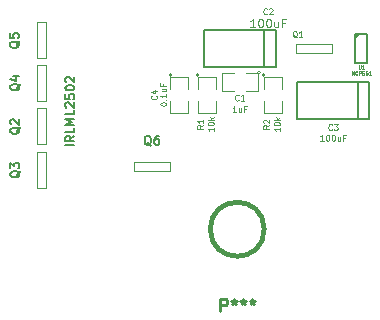
<source format=gto>
G04 (created by PCBNEW (2013-may-18)-stable) date Сб 14 ноя 2015 13:08:16*
%MOIN*%
G04 Gerber Fmt 3.4, Leading zero omitted, Abs format*
%FSLAX34Y34*%
G01*
G70*
G90*
G04 APERTURE LIST*
%ADD10C,0.00590551*%
%ADD11C,0.0047*%
%ADD12C,0.0039*%
%ADD13C,0.005*%
%ADD14C,0.015*%
%ADD15C,0.0051*%
%ADD16C,0.00492126*%
%ADD17C,0.0043*%
%ADD18C,0.01*%
%ADD19C,0.0024*%
G04 APERTURE END LIST*
G54D10*
G54D11*
X27842Y-24497D02*
X27842Y-23297D01*
X27842Y-23297D02*
X28142Y-23297D01*
X28142Y-23297D02*
X28142Y-24497D01*
X28142Y-24497D02*
X27842Y-24497D01*
X37686Y-21449D02*
X36486Y-21449D01*
X36486Y-21449D02*
X36486Y-21149D01*
X36486Y-21149D02*
X37686Y-21149D01*
X37686Y-21149D02*
X37686Y-21449D01*
X27842Y-23040D02*
X27842Y-21840D01*
X27842Y-21840D02*
X28142Y-21840D01*
X28142Y-21840D02*
X28142Y-23040D01*
X28142Y-23040D02*
X27842Y-23040D01*
X27842Y-25954D02*
X27842Y-24754D01*
X27842Y-24754D02*
X28142Y-24754D01*
X28142Y-24754D02*
X28142Y-25954D01*
X28142Y-25954D02*
X27842Y-25954D01*
X31092Y-25086D02*
X32292Y-25086D01*
X32292Y-25086D02*
X32292Y-25386D01*
X32292Y-25386D02*
X31092Y-25386D01*
X31092Y-25386D02*
X31092Y-25086D01*
X27842Y-21623D02*
X27842Y-20423D01*
X27842Y-20423D02*
X28142Y-20423D01*
X28142Y-20423D02*
X28142Y-21623D01*
X28142Y-21623D02*
X27842Y-21623D01*
G54D12*
X33253Y-22184D02*
G75*
G03X33253Y-22184I-50J0D01*
G74*
G01*
X33203Y-22634D02*
X33203Y-22234D01*
X33203Y-22234D02*
X33803Y-22234D01*
X33803Y-22234D02*
X33803Y-22634D01*
X33803Y-23034D02*
X33803Y-23434D01*
X33803Y-23434D02*
X33203Y-23434D01*
X33203Y-23434D02*
X33203Y-23034D01*
X35458Y-22184D02*
G75*
G03X35458Y-22184I-50J0D01*
G74*
G01*
X35408Y-22634D02*
X35408Y-22234D01*
X35408Y-22234D02*
X36008Y-22234D01*
X36008Y-22234D02*
X36008Y-22634D01*
X36008Y-23034D02*
X36008Y-23434D01*
X36008Y-23434D02*
X35408Y-23434D01*
X35408Y-23434D02*
X35408Y-23034D01*
X35306Y-22101D02*
G75*
G03X35306Y-22101I-50J0D01*
G74*
G01*
X34806Y-22101D02*
X35206Y-22101D01*
X35206Y-22101D02*
X35206Y-22701D01*
X35206Y-22701D02*
X34806Y-22701D01*
X34406Y-22701D02*
X34006Y-22701D01*
X34006Y-22701D02*
X34006Y-22101D01*
X34006Y-22101D02*
X34406Y-22101D01*
G54D13*
X35431Y-20674D02*
X35431Y-21924D01*
X33406Y-20674D02*
X33406Y-21924D01*
X33406Y-21924D02*
X35806Y-21924D01*
X35806Y-21924D02*
X35806Y-20674D01*
X35806Y-20674D02*
X33406Y-20674D01*
X38541Y-22406D02*
X38541Y-23656D01*
X36516Y-22406D02*
X36516Y-23656D01*
X36516Y-23656D02*
X38916Y-23656D01*
X38916Y-23656D02*
X38916Y-22406D01*
X38916Y-22406D02*
X36516Y-22406D01*
G54D12*
X32348Y-22184D02*
G75*
G03X32348Y-22184I-50J0D01*
G74*
G01*
X32298Y-22634D02*
X32298Y-22234D01*
X32298Y-22234D02*
X32898Y-22234D01*
X32898Y-22234D02*
X32898Y-22634D01*
X32898Y-23034D02*
X32898Y-23434D01*
X32898Y-23434D02*
X32298Y-23434D01*
X32298Y-23434D02*
X32298Y-23034D01*
G54D14*
X35427Y-27322D02*
G75*
G03X35427Y-27322I-900J0D01*
G74*
G01*
G54D10*
X38602Y-20807D02*
X38464Y-20944D01*
X38858Y-20826D02*
X38858Y-21771D01*
X38858Y-21771D02*
X38858Y-21791D01*
X38858Y-21791D02*
X38464Y-21791D01*
X38464Y-21791D02*
X38464Y-20826D01*
X38464Y-20826D02*
X38464Y-20807D01*
X38464Y-20807D02*
X38858Y-20807D01*
X38858Y-20807D02*
X38858Y-20846D01*
G54D15*
X27292Y-23926D02*
X27277Y-23954D01*
X27249Y-23983D01*
X27206Y-24026D01*
X27192Y-24054D01*
X27192Y-24083D01*
X27263Y-24069D02*
X27249Y-24097D01*
X27220Y-24126D01*
X27163Y-24140D01*
X27063Y-24140D01*
X27006Y-24126D01*
X26977Y-24097D01*
X26963Y-24069D01*
X26963Y-24011D01*
X26977Y-23983D01*
X27006Y-23954D01*
X27063Y-23940D01*
X27163Y-23940D01*
X27220Y-23954D01*
X27249Y-23983D01*
X27263Y-24011D01*
X27263Y-24069D01*
X26992Y-23826D02*
X26977Y-23811D01*
X26963Y-23783D01*
X26963Y-23711D01*
X26977Y-23683D01*
X26992Y-23669D01*
X27020Y-23654D01*
X27049Y-23654D01*
X27092Y-23669D01*
X27263Y-23840D01*
X27263Y-23654D01*
G54D16*
X36516Y-20925D02*
X36497Y-20915D01*
X36479Y-20897D01*
X36451Y-20868D01*
X36432Y-20859D01*
X36413Y-20859D01*
X36422Y-20906D02*
X36404Y-20897D01*
X36385Y-20878D01*
X36376Y-20840D01*
X36376Y-20775D01*
X36385Y-20737D01*
X36404Y-20718D01*
X36422Y-20709D01*
X36460Y-20709D01*
X36479Y-20718D01*
X36497Y-20737D01*
X36507Y-20775D01*
X36507Y-20840D01*
X36497Y-20878D01*
X36479Y-20897D01*
X36460Y-20906D01*
X36422Y-20906D01*
X36694Y-20906D02*
X36582Y-20906D01*
X36638Y-20906D02*
X36638Y-20709D01*
X36619Y-20737D01*
X36601Y-20756D01*
X36582Y-20765D01*
G54D15*
X27292Y-22469D02*
X27277Y-22498D01*
X27249Y-22526D01*
X27206Y-22569D01*
X27192Y-22598D01*
X27192Y-22626D01*
X27263Y-22612D02*
X27249Y-22640D01*
X27220Y-22669D01*
X27163Y-22683D01*
X27063Y-22683D01*
X27006Y-22669D01*
X26977Y-22640D01*
X26963Y-22612D01*
X26963Y-22555D01*
X26977Y-22526D01*
X27006Y-22498D01*
X27063Y-22483D01*
X27163Y-22483D01*
X27220Y-22498D01*
X27249Y-22526D01*
X27263Y-22555D01*
X27263Y-22612D01*
X27063Y-22226D02*
X27263Y-22226D01*
X26949Y-22298D02*
X27163Y-22369D01*
X27163Y-22183D01*
X27292Y-25382D02*
X27277Y-25411D01*
X27249Y-25440D01*
X27206Y-25482D01*
X27192Y-25511D01*
X27192Y-25540D01*
X27263Y-25525D02*
X27249Y-25554D01*
X27220Y-25582D01*
X27163Y-25597D01*
X27063Y-25597D01*
X27006Y-25582D01*
X26977Y-25554D01*
X26963Y-25525D01*
X26963Y-25468D01*
X26977Y-25440D01*
X27006Y-25411D01*
X27063Y-25397D01*
X27163Y-25397D01*
X27220Y-25411D01*
X27249Y-25440D01*
X27263Y-25468D01*
X27263Y-25525D01*
X26963Y-25297D02*
X26963Y-25111D01*
X27077Y-25211D01*
X27077Y-25168D01*
X27092Y-25140D01*
X27106Y-25125D01*
X27134Y-25111D01*
X27206Y-25111D01*
X27234Y-25125D01*
X27249Y-25140D01*
X27263Y-25168D01*
X27263Y-25254D01*
X27249Y-25282D01*
X27234Y-25297D01*
X31664Y-24536D02*
X31635Y-24521D01*
X31607Y-24493D01*
X31564Y-24450D01*
X31535Y-24436D01*
X31507Y-24436D01*
X31521Y-24507D02*
X31492Y-24493D01*
X31464Y-24464D01*
X31450Y-24407D01*
X31450Y-24307D01*
X31464Y-24250D01*
X31492Y-24221D01*
X31521Y-24207D01*
X31578Y-24207D01*
X31607Y-24221D01*
X31635Y-24250D01*
X31650Y-24307D01*
X31650Y-24407D01*
X31635Y-24464D01*
X31607Y-24493D01*
X31578Y-24507D01*
X31521Y-24507D01*
X31907Y-24207D02*
X31850Y-24207D01*
X31821Y-24221D01*
X31807Y-24236D01*
X31778Y-24279D01*
X31764Y-24336D01*
X31764Y-24450D01*
X31778Y-24479D01*
X31792Y-24493D01*
X31821Y-24507D01*
X31878Y-24507D01*
X31907Y-24493D01*
X31921Y-24479D01*
X31935Y-24450D01*
X31935Y-24379D01*
X31921Y-24350D01*
X31907Y-24336D01*
X31878Y-24321D01*
X31821Y-24321D01*
X31792Y-24336D01*
X31778Y-24350D01*
X31764Y-24379D01*
X27275Y-21052D02*
X27261Y-21080D01*
X27233Y-21109D01*
X27190Y-21152D01*
X27175Y-21180D01*
X27175Y-21209D01*
X27247Y-21195D02*
X27233Y-21223D01*
X27204Y-21252D01*
X27147Y-21266D01*
X27047Y-21266D01*
X26990Y-21252D01*
X26961Y-21223D01*
X26947Y-21195D01*
X26947Y-21137D01*
X26961Y-21109D01*
X26990Y-21080D01*
X27047Y-21066D01*
X27147Y-21066D01*
X27204Y-21080D01*
X27233Y-21109D01*
X27247Y-21137D01*
X27247Y-21195D01*
X26947Y-20795D02*
X26947Y-20937D01*
X27090Y-20952D01*
X27075Y-20937D01*
X27061Y-20909D01*
X27061Y-20837D01*
X27075Y-20809D01*
X27090Y-20795D01*
X27118Y-20780D01*
X27190Y-20780D01*
X27218Y-20795D01*
X27233Y-20809D01*
X27247Y-20837D01*
X27247Y-20909D01*
X27233Y-20937D01*
X27218Y-20952D01*
X29097Y-24521D02*
X28797Y-24521D01*
X29097Y-24207D02*
X28954Y-24307D01*
X29097Y-24378D02*
X28797Y-24378D01*
X28797Y-24264D01*
X28812Y-24235D01*
X28826Y-24221D01*
X28854Y-24207D01*
X28897Y-24207D01*
X28926Y-24221D01*
X28940Y-24235D01*
X28954Y-24264D01*
X28954Y-24378D01*
X29097Y-23935D02*
X29097Y-24078D01*
X28797Y-24078D01*
X29097Y-23835D02*
X28797Y-23835D01*
X29012Y-23735D01*
X28797Y-23635D01*
X29097Y-23635D01*
X29097Y-23350D02*
X29097Y-23492D01*
X28797Y-23492D01*
X28826Y-23264D02*
X28812Y-23250D01*
X28797Y-23221D01*
X28797Y-23150D01*
X28812Y-23121D01*
X28826Y-23107D01*
X28854Y-23092D01*
X28883Y-23092D01*
X28926Y-23107D01*
X29097Y-23278D01*
X29097Y-23092D01*
X28797Y-22821D02*
X28797Y-22964D01*
X28940Y-22978D01*
X28926Y-22964D01*
X28912Y-22935D01*
X28912Y-22864D01*
X28926Y-22835D01*
X28940Y-22821D01*
X28969Y-22807D01*
X29040Y-22807D01*
X29069Y-22821D01*
X29083Y-22835D01*
X29097Y-22864D01*
X29097Y-22935D01*
X29083Y-22964D01*
X29069Y-22978D01*
X28797Y-22621D02*
X28797Y-22592D01*
X28812Y-22564D01*
X28826Y-22550D01*
X28854Y-22535D01*
X28912Y-22521D01*
X28983Y-22521D01*
X29040Y-22535D01*
X29069Y-22550D01*
X29083Y-22564D01*
X29097Y-22592D01*
X29097Y-22621D01*
X29083Y-22650D01*
X29069Y-22664D01*
X29040Y-22678D01*
X28983Y-22692D01*
X28912Y-22692D01*
X28854Y-22678D01*
X28826Y-22664D01*
X28812Y-22650D01*
X28797Y-22621D01*
X28826Y-22407D02*
X28812Y-22392D01*
X28797Y-22364D01*
X28797Y-22292D01*
X28812Y-22264D01*
X28826Y-22250D01*
X28854Y-22235D01*
X28883Y-22235D01*
X28926Y-22250D01*
X29097Y-22421D01*
X29097Y-22235D01*
G54D17*
X33386Y-23851D02*
X33293Y-23917D01*
X33386Y-23964D02*
X33189Y-23964D01*
X33189Y-23889D01*
X33199Y-23870D01*
X33208Y-23861D01*
X33227Y-23851D01*
X33255Y-23851D01*
X33274Y-23861D01*
X33283Y-23870D01*
X33293Y-23889D01*
X33293Y-23964D01*
X33386Y-23664D02*
X33386Y-23776D01*
X33386Y-23720D02*
X33189Y-23720D01*
X33217Y-23739D01*
X33236Y-23757D01*
X33246Y-23776D01*
X33741Y-23936D02*
X33741Y-24048D01*
X33741Y-23992D02*
X33544Y-23992D01*
X33572Y-24011D01*
X33591Y-24029D01*
X33600Y-24048D01*
X33544Y-23814D02*
X33544Y-23795D01*
X33553Y-23776D01*
X33562Y-23767D01*
X33581Y-23757D01*
X33619Y-23748D01*
X33666Y-23748D01*
X33703Y-23757D01*
X33722Y-23767D01*
X33731Y-23776D01*
X33741Y-23795D01*
X33741Y-23814D01*
X33731Y-23832D01*
X33722Y-23842D01*
X33703Y-23851D01*
X33666Y-23861D01*
X33619Y-23861D01*
X33581Y-23851D01*
X33562Y-23842D01*
X33553Y-23832D01*
X33544Y-23814D01*
X33741Y-23664D02*
X33544Y-23664D01*
X33666Y-23645D02*
X33741Y-23589D01*
X33609Y-23589D02*
X33684Y-23664D01*
X35591Y-23851D02*
X35497Y-23917D01*
X35591Y-23964D02*
X35394Y-23964D01*
X35394Y-23889D01*
X35403Y-23870D01*
X35413Y-23861D01*
X35432Y-23851D01*
X35460Y-23851D01*
X35478Y-23861D01*
X35488Y-23870D01*
X35497Y-23889D01*
X35497Y-23964D01*
X35413Y-23776D02*
X35403Y-23767D01*
X35394Y-23748D01*
X35394Y-23701D01*
X35403Y-23682D01*
X35413Y-23673D01*
X35432Y-23664D01*
X35450Y-23664D01*
X35478Y-23673D01*
X35591Y-23786D01*
X35591Y-23664D01*
X35945Y-23936D02*
X35945Y-24048D01*
X35945Y-23992D02*
X35748Y-23992D01*
X35777Y-24011D01*
X35795Y-24029D01*
X35805Y-24048D01*
X35748Y-23814D02*
X35748Y-23795D01*
X35758Y-23776D01*
X35767Y-23767D01*
X35786Y-23757D01*
X35823Y-23748D01*
X35870Y-23748D01*
X35908Y-23757D01*
X35927Y-23767D01*
X35936Y-23776D01*
X35945Y-23795D01*
X35945Y-23814D01*
X35936Y-23832D01*
X35927Y-23842D01*
X35908Y-23851D01*
X35870Y-23861D01*
X35823Y-23861D01*
X35786Y-23851D01*
X35767Y-23842D01*
X35758Y-23832D01*
X35748Y-23814D01*
X35945Y-23664D02*
X35748Y-23664D01*
X35870Y-23645D02*
X35945Y-23589D01*
X35814Y-23589D02*
X35889Y-23664D01*
X34573Y-23013D02*
X34564Y-23023D01*
X34535Y-23032D01*
X34517Y-23032D01*
X34489Y-23023D01*
X34470Y-23004D01*
X34460Y-22985D01*
X34451Y-22948D01*
X34451Y-22919D01*
X34460Y-22882D01*
X34470Y-22863D01*
X34489Y-22844D01*
X34517Y-22835D01*
X34535Y-22835D01*
X34564Y-22844D01*
X34573Y-22854D01*
X34761Y-23032D02*
X34648Y-23032D01*
X34704Y-23032D02*
X34704Y-22835D01*
X34686Y-22863D01*
X34667Y-22882D01*
X34648Y-22891D01*
X34489Y-23426D02*
X34376Y-23426D01*
X34432Y-23426D02*
X34432Y-23229D01*
X34413Y-23257D01*
X34395Y-23276D01*
X34376Y-23285D01*
X34657Y-23294D02*
X34657Y-23426D01*
X34573Y-23294D02*
X34573Y-23398D01*
X34582Y-23416D01*
X34601Y-23426D01*
X34629Y-23426D01*
X34648Y-23416D01*
X34657Y-23407D01*
X34817Y-23323D02*
X34751Y-23323D01*
X34751Y-23426D02*
X34751Y-23229D01*
X34845Y-23229D01*
G54D11*
X35518Y-20139D02*
X35508Y-20149D01*
X35480Y-20158D01*
X35462Y-20158D01*
X35433Y-20149D01*
X35415Y-20130D01*
X35405Y-20111D01*
X35396Y-20074D01*
X35396Y-20045D01*
X35405Y-20008D01*
X35415Y-19989D01*
X35433Y-19970D01*
X35462Y-19961D01*
X35480Y-19961D01*
X35508Y-19970D01*
X35518Y-19980D01*
X35593Y-19980D02*
X35602Y-19970D01*
X35621Y-19961D01*
X35668Y-19961D01*
X35687Y-19970D01*
X35696Y-19980D01*
X35705Y-19999D01*
X35705Y-20017D01*
X35696Y-20045D01*
X35584Y-20158D01*
X35705Y-20158D01*
X35124Y-20583D02*
X34967Y-20583D01*
X35045Y-20583D02*
X35045Y-20308D01*
X35019Y-20347D01*
X34993Y-20374D01*
X34967Y-20387D01*
X35295Y-20308D02*
X35321Y-20308D01*
X35347Y-20321D01*
X35360Y-20334D01*
X35374Y-20360D01*
X35387Y-20413D01*
X35387Y-20479D01*
X35374Y-20531D01*
X35360Y-20557D01*
X35347Y-20570D01*
X35321Y-20583D01*
X35295Y-20583D01*
X35269Y-20570D01*
X35255Y-20557D01*
X35242Y-20531D01*
X35229Y-20479D01*
X35229Y-20413D01*
X35242Y-20360D01*
X35255Y-20334D01*
X35269Y-20321D01*
X35295Y-20308D01*
X35557Y-20308D02*
X35583Y-20308D01*
X35610Y-20321D01*
X35623Y-20334D01*
X35636Y-20360D01*
X35649Y-20413D01*
X35649Y-20479D01*
X35636Y-20531D01*
X35623Y-20557D01*
X35610Y-20570D01*
X35583Y-20583D01*
X35557Y-20583D01*
X35531Y-20570D01*
X35518Y-20557D01*
X35505Y-20531D01*
X35492Y-20479D01*
X35492Y-20413D01*
X35505Y-20360D01*
X35518Y-20334D01*
X35531Y-20321D01*
X35557Y-20308D01*
X35885Y-20400D02*
X35885Y-20583D01*
X35767Y-20400D02*
X35767Y-20544D01*
X35780Y-20570D01*
X35807Y-20583D01*
X35846Y-20583D01*
X35872Y-20570D01*
X35885Y-20557D01*
X36108Y-20439D02*
X36017Y-20439D01*
X36017Y-20583D02*
X36017Y-20308D01*
X36148Y-20308D01*
X37683Y-23997D02*
X37674Y-24007D01*
X37646Y-24016D01*
X37627Y-24016D01*
X37599Y-24007D01*
X37580Y-23988D01*
X37571Y-23969D01*
X37561Y-23932D01*
X37561Y-23904D01*
X37571Y-23866D01*
X37580Y-23847D01*
X37599Y-23829D01*
X37627Y-23819D01*
X37646Y-23819D01*
X37674Y-23829D01*
X37683Y-23838D01*
X37749Y-23819D02*
X37871Y-23819D01*
X37805Y-23894D01*
X37833Y-23894D01*
X37852Y-23904D01*
X37861Y-23913D01*
X37871Y-23932D01*
X37871Y-23979D01*
X37861Y-23997D01*
X37852Y-24007D01*
X37833Y-24016D01*
X37777Y-24016D01*
X37758Y-24007D01*
X37749Y-23997D01*
X37411Y-24371D02*
X37299Y-24371D01*
X37355Y-24371D02*
X37355Y-24174D01*
X37336Y-24202D01*
X37317Y-24220D01*
X37299Y-24230D01*
X37533Y-24174D02*
X37552Y-24174D01*
X37571Y-24183D01*
X37580Y-24192D01*
X37589Y-24211D01*
X37599Y-24249D01*
X37599Y-24296D01*
X37589Y-24333D01*
X37580Y-24352D01*
X37571Y-24361D01*
X37552Y-24371D01*
X37533Y-24371D01*
X37514Y-24361D01*
X37505Y-24352D01*
X37496Y-24333D01*
X37486Y-24296D01*
X37486Y-24249D01*
X37496Y-24211D01*
X37505Y-24192D01*
X37514Y-24183D01*
X37533Y-24174D01*
X37721Y-24174D02*
X37739Y-24174D01*
X37758Y-24183D01*
X37768Y-24192D01*
X37777Y-24211D01*
X37786Y-24249D01*
X37786Y-24296D01*
X37777Y-24333D01*
X37768Y-24352D01*
X37758Y-24361D01*
X37739Y-24371D01*
X37721Y-24371D01*
X37702Y-24361D01*
X37693Y-24352D01*
X37683Y-24333D01*
X37674Y-24296D01*
X37674Y-24249D01*
X37683Y-24211D01*
X37693Y-24192D01*
X37702Y-24183D01*
X37721Y-24174D01*
X37955Y-24239D02*
X37955Y-24371D01*
X37871Y-24239D02*
X37871Y-24342D01*
X37880Y-24361D01*
X37899Y-24371D01*
X37927Y-24371D01*
X37946Y-24361D01*
X37955Y-24352D01*
X38115Y-24267D02*
X38049Y-24267D01*
X38049Y-24371D02*
X38049Y-24174D01*
X38143Y-24174D01*
G54D17*
X31832Y-22867D02*
X31842Y-22876D01*
X31851Y-22905D01*
X31851Y-22923D01*
X31842Y-22951D01*
X31823Y-22970D01*
X31804Y-22980D01*
X31766Y-22989D01*
X31738Y-22989D01*
X31701Y-22980D01*
X31682Y-22970D01*
X31663Y-22951D01*
X31654Y-22923D01*
X31654Y-22905D01*
X31663Y-22876D01*
X31673Y-22867D01*
X31720Y-22698D02*
X31851Y-22698D01*
X31645Y-22745D02*
X31785Y-22792D01*
X31785Y-22670D01*
X31969Y-23158D02*
X31969Y-23139D01*
X31978Y-23120D01*
X31988Y-23111D01*
X32006Y-23102D01*
X32044Y-23092D01*
X32091Y-23092D01*
X32128Y-23102D01*
X32147Y-23111D01*
X32156Y-23120D01*
X32166Y-23139D01*
X32166Y-23158D01*
X32156Y-23177D01*
X32147Y-23186D01*
X32128Y-23195D01*
X32091Y-23205D01*
X32044Y-23205D01*
X32006Y-23195D01*
X31988Y-23186D01*
X31978Y-23177D01*
X31969Y-23158D01*
X32147Y-23008D02*
X32156Y-22998D01*
X32166Y-23008D01*
X32156Y-23017D01*
X32147Y-23008D01*
X32166Y-23008D01*
X32166Y-22811D02*
X32166Y-22923D01*
X32166Y-22867D02*
X31969Y-22867D01*
X31997Y-22886D01*
X32016Y-22905D01*
X32025Y-22923D01*
X32035Y-22642D02*
X32166Y-22642D01*
X32035Y-22726D02*
X32138Y-22726D01*
X32156Y-22717D01*
X32166Y-22698D01*
X32166Y-22670D01*
X32156Y-22651D01*
X32147Y-22642D01*
X32063Y-22482D02*
X32063Y-22548D01*
X32166Y-22548D02*
X31969Y-22548D01*
X31969Y-22454D01*
G54D18*
X33965Y-30043D02*
X33965Y-29643D01*
X34118Y-29643D01*
X34156Y-29662D01*
X34175Y-29681D01*
X34194Y-29719D01*
X34194Y-29777D01*
X34175Y-29815D01*
X34156Y-29834D01*
X34118Y-29853D01*
X33965Y-29853D01*
X34422Y-29643D02*
X34422Y-29739D01*
X34327Y-29700D02*
X34422Y-29739D01*
X34518Y-29700D01*
X34365Y-29815D02*
X34422Y-29739D01*
X34479Y-29815D01*
X34727Y-29643D02*
X34727Y-29739D01*
X34632Y-29700D02*
X34727Y-29739D01*
X34822Y-29700D01*
X34670Y-29815D02*
X34727Y-29739D01*
X34784Y-29815D01*
X35032Y-29643D02*
X35032Y-29739D01*
X34937Y-29700D02*
X35032Y-29739D01*
X35127Y-29700D01*
X34975Y-29815D02*
X35032Y-29739D01*
X35089Y-29815D01*
G54D19*
X38571Y-21858D02*
X38571Y-21954D01*
X38577Y-21965D01*
X38582Y-21971D01*
X38593Y-21976D01*
X38616Y-21976D01*
X38627Y-21971D01*
X38633Y-21965D01*
X38638Y-21954D01*
X38638Y-21858D01*
X38756Y-21976D02*
X38689Y-21976D01*
X38723Y-21976D02*
X38723Y-21858D01*
X38711Y-21875D01*
X38700Y-21886D01*
X38689Y-21892D01*
X38341Y-22173D02*
X38341Y-22055D01*
X38408Y-22173D01*
X38408Y-22055D01*
X38532Y-22162D02*
X38526Y-22168D01*
X38509Y-22173D01*
X38498Y-22173D01*
X38481Y-22168D01*
X38470Y-22156D01*
X38464Y-22145D01*
X38459Y-22123D01*
X38459Y-22106D01*
X38464Y-22083D01*
X38470Y-22072D01*
X38481Y-22061D01*
X38498Y-22055D01*
X38509Y-22055D01*
X38526Y-22061D01*
X38532Y-22066D01*
X38582Y-22173D02*
X38582Y-22055D01*
X38627Y-22055D01*
X38638Y-22061D01*
X38644Y-22066D01*
X38650Y-22078D01*
X38650Y-22095D01*
X38644Y-22106D01*
X38638Y-22111D01*
X38627Y-22117D01*
X38582Y-22117D01*
X38756Y-22055D02*
X38700Y-22055D01*
X38695Y-22111D01*
X38700Y-22106D01*
X38711Y-22100D01*
X38740Y-22100D01*
X38751Y-22106D01*
X38756Y-22111D01*
X38762Y-22123D01*
X38762Y-22151D01*
X38756Y-22162D01*
X38751Y-22168D01*
X38740Y-22173D01*
X38711Y-22173D01*
X38700Y-22168D01*
X38695Y-22162D01*
X38869Y-22055D02*
X38813Y-22055D01*
X38807Y-22111D01*
X38813Y-22106D01*
X38824Y-22100D01*
X38852Y-22100D01*
X38863Y-22106D01*
X38869Y-22111D01*
X38874Y-22123D01*
X38874Y-22151D01*
X38869Y-22162D01*
X38863Y-22168D01*
X38852Y-22173D01*
X38824Y-22173D01*
X38813Y-22168D01*
X38807Y-22162D01*
X38987Y-22173D02*
X38919Y-22173D01*
X38953Y-22173D02*
X38953Y-22055D01*
X38942Y-22072D01*
X38931Y-22083D01*
X38919Y-22089D01*
M02*

</source>
